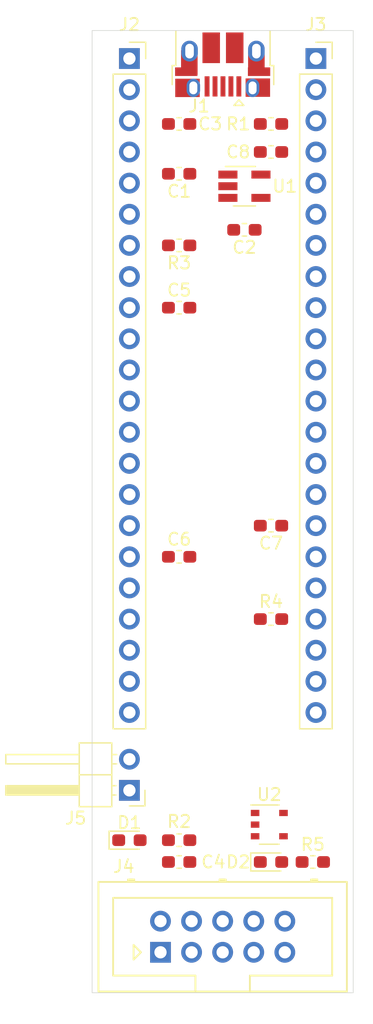
<source format=kicad_pcb>
(kicad_pcb (version 20171130) (host pcbnew "(5.1.4-0-10_14)")

  (general
    (thickness 1.6)
    (drawings 4)
    (tracks 0)
    (zones 0)
    (modules 22)
    (nets 12)
  )

  (page A4)
  (layers
    (0 F.Cu signal)
    (31 B.Cu signal)
    (32 B.Adhes user)
    (33 F.Adhes user)
    (34 B.Paste user)
    (35 F.Paste user)
    (36 B.SilkS user)
    (37 F.SilkS user)
    (38 B.Mask user)
    (39 F.Mask user)
    (40 Dwgs.User user)
    (41 Cmts.User user)
    (42 Eco1.User user hide)
    (43 Eco2.User user hide)
    (44 Edge.Cuts user)
    (45 Margin user)
    (46 B.CrtYd user)
    (47 F.CrtYd user)
    (48 B.Fab user hide)
    (49 F.Fab user)
  )

  (setup
    (last_trace_width 0.25)
    (trace_clearance 0.2)
    (zone_clearance 0.508)
    (zone_45_only no)
    (trace_min 0.2)
    (via_size 0.8)
    (via_drill 0.4)
    (via_min_size 0.4)
    (via_min_drill 0.3)
    (uvia_size 0.3)
    (uvia_drill 0.1)
    (uvias_allowed no)
    (uvia_min_size 0.2)
    (uvia_min_drill 0.1)
    (edge_width 0.05)
    (segment_width 0.2)
    (pcb_text_width 0.3)
    (pcb_text_size 1.5 1.5)
    (mod_edge_width 0.12)
    (mod_text_size 1 1)
    (mod_text_width 0.15)
    (pad_size 1.524 1.524)
    (pad_drill 0.762)
    (pad_to_mask_clearance 0.051)
    (solder_mask_min_width 0.25)
    (aux_axis_origin 0 0)
    (visible_elements FFFFFF7F)
    (pcbplotparams
      (layerselection 0x010fc_ffffffff)
      (usegerberextensions false)
      (usegerberattributes false)
      (usegerberadvancedattributes false)
      (creategerberjobfile false)
      (excludeedgelayer true)
      (linewidth 0.100000)
      (plotframeref false)
      (viasonmask false)
      (mode 1)
      (useauxorigin false)
      (hpglpennumber 1)
      (hpglpenspeed 20)
      (hpglpendiameter 15.000000)
      (psnegative false)
      (psa4output false)
      (plotreference true)
      (plotvalue true)
      (plotinvisibletext false)
      (padsonsilk false)
      (subtractmaskfromsilk false)
      (outputformat 1)
      (mirror false)
      (drillshape 1)
      (scaleselection 1)
      (outputdirectory ""))
  )

  (net 0 "")
  (net 1 GND)
  (net 2 "Net-(C1-Pad1)")
  (net 3 "Net-(C3-Pad1)")
  (net 4 VCC)
  (net 5 "Net-(D1-Pad2)")
  (net 6 "Net-(D2-Pad2)")
  (net 7 "Net-(D2-Pad1)")
  (net 8 /TMS)
  (net 9 /TDI)
  (net 10 /TCK)
  (net 11 /TDO)

  (net_class Default "This is the default net class."
    (clearance 0.2)
    (trace_width 0.25)
    (via_dia 0.8)
    (via_drill 0.4)
    (uvia_dia 0.3)
    (uvia_drill 0.1)
    (add_net /TCK)
    (add_net /TDI)
    (add_net /TDO)
    (add_net /TMS)
    (add_net GND)
    (add_net "Net-(C1-Pad1)")
    (add_net "Net-(C3-Pad1)")
    (add_net "Net-(D1-Pad2)")
    (add_net "Net-(D2-Pad1)")
    (add_net "Net-(D2-Pad2)")
    (add_net "Net-(J1-Pad2)")
    (add_net "Net-(J1-Pad3)")
    (add_net "Net-(J2-Pad10)")
    (add_net "Net-(J2-Pad11)")
    (add_net "Net-(J2-Pad12)")
    (add_net "Net-(J2-Pad13)")
    (add_net "Net-(J2-Pad14)")
    (add_net "Net-(J2-Pad15)")
    (add_net "Net-(J2-Pad18)")
    (add_net "Net-(J2-Pad19)")
    (add_net "Net-(J2-Pad2)")
    (add_net "Net-(J2-Pad20)")
    (add_net "Net-(J2-Pad21)")
    (add_net "Net-(J2-Pad22)")
    (add_net "Net-(J2-Pad3)")
    (add_net "Net-(J2-Pad5)")
    (add_net "Net-(J2-Pad6)")
    (add_net "Net-(J2-Pad8)")
    (add_net "Net-(J3-Pad1)")
    (add_net "Net-(J3-Pad10)")
    (add_net "Net-(J3-Pad11)")
    (add_net "Net-(J3-Pad12)")
    (add_net "Net-(J3-Pad14)")
    (add_net "Net-(J3-Pad15)")
    (add_net "Net-(J3-Pad17)")
    (add_net "Net-(J3-Pad18)")
    (add_net "Net-(J3-Pad2)")
    (add_net "Net-(J3-Pad20)")
    (add_net "Net-(J3-Pad22)")
    (add_net "Net-(J3-Pad3)")
    (add_net "Net-(J3-Pad5)")
    (add_net "Net-(J3-Pad6)")
    (add_net "Net-(J3-Pad7)")
    (add_net "Net-(J3-Pad8)")
    (add_net "Net-(J4-Pad6)")
    (add_net "Net-(J4-Pad7)")
    (add_net "Net-(J4-Pad8)")
    (add_net "Net-(U1-Pad4)")
    (add_net VCC)
  )

  (module Connector_PinHeader_2.54mm:PinHeader_1x02_P2.54mm_Horizontal (layer F.Cu) (tedit 59FED5CB) (tstamp 5DBA6260)
    (at 130.048 117.094 180)
    (descr "Through hole angled pin header, 1x02, 2.54mm pitch, 6mm pin length, single row")
    (tags "Through hole angled pin header THT 1x02 2.54mm single row")
    (path /5DE7BBC0)
    (fp_text reference J5 (at 4.385 -2.27) (layer F.SilkS)
      (effects (font (size 1 1) (thickness 0.15)))
    )
    (fp_text value Conn_01x02 (at 4.385 4.81) (layer F.Fab)
      (effects (font (size 1 1) (thickness 0.15)))
    )
    (fp_text user %R (at 2.77 1.27 90) (layer F.Fab)
      (effects (font (size 1 1) (thickness 0.15)))
    )
    (fp_line (start 10.55 -1.8) (end -1.8 -1.8) (layer F.CrtYd) (width 0.05))
    (fp_line (start 10.55 4.35) (end 10.55 -1.8) (layer F.CrtYd) (width 0.05))
    (fp_line (start -1.8 4.35) (end 10.55 4.35) (layer F.CrtYd) (width 0.05))
    (fp_line (start -1.8 -1.8) (end -1.8 4.35) (layer F.CrtYd) (width 0.05))
    (fp_line (start -1.27 -1.27) (end 0 -1.27) (layer F.SilkS) (width 0.12))
    (fp_line (start -1.27 0) (end -1.27 -1.27) (layer F.SilkS) (width 0.12))
    (fp_line (start 1.042929 2.92) (end 1.44 2.92) (layer F.SilkS) (width 0.12))
    (fp_line (start 1.042929 2.16) (end 1.44 2.16) (layer F.SilkS) (width 0.12))
    (fp_line (start 10.1 2.92) (end 4.1 2.92) (layer F.SilkS) (width 0.12))
    (fp_line (start 10.1 2.16) (end 10.1 2.92) (layer F.SilkS) (width 0.12))
    (fp_line (start 4.1 2.16) (end 10.1 2.16) (layer F.SilkS) (width 0.12))
    (fp_line (start 1.44 1.27) (end 4.1 1.27) (layer F.SilkS) (width 0.12))
    (fp_line (start 1.11 0.38) (end 1.44 0.38) (layer F.SilkS) (width 0.12))
    (fp_line (start 1.11 -0.38) (end 1.44 -0.38) (layer F.SilkS) (width 0.12))
    (fp_line (start 4.1 0.28) (end 10.1 0.28) (layer F.SilkS) (width 0.12))
    (fp_line (start 4.1 0.16) (end 10.1 0.16) (layer F.SilkS) (width 0.12))
    (fp_line (start 4.1 0.04) (end 10.1 0.04) (layer F.SilkS) (width 0.12))
    (fp_line (start 4.1 -0.08) (end 10.1 -0.08) (layer F.SilkS) (width 0.12))
    (fp_line (start 4.1 -0.2) (end 10.1 -0.2) (layer F.SilkS) (width 0.12))
    (fp_line (start 4.1 -0.32) (end 10.1 -0.32) (layer F.SilkS) (width 0.12))
    (fp_line (start 10.1 0.38) (end 4.1 0.38) (layer F.SilkS) (width 0.12))
    (fp_line (start 10.1 -0.38) (end 10.1 0.38) (layer F.SilkS) (width 0.12))
    (fp_line (start 4.1 -0.38) (end 10.1 -0.38) (layer F.SilkS) (width 0.12))
    (fp_line (start 4.1 -1.33) (end 1.44 -1.33) (layer F.SilkS) (width 0.12))
    (fp_line (start 4.1 3.87) (end 4.1 -1.33) (layer F.SilkS) (width 0.12))
    (fp_line (start 1.44 3.87) (end 4.1 3.87) (layer F.SilkS) (width 0.12))
    (fp_line (start 1.44 -1.33) (end 1.44 3.87) (layer F.SilkS) (width 0.12))
    (fp_line (start 4.04 2.86) (end 10.04 2.86) (layer F.Fab) (width 0.1))
    (fp_line (start 10.04 2.22) (end 10.04 2.86) (layer F.Fab) (width 0.1))
    (fp_line (start 4.04 2.22) (end 10.04 2.22) (layer F.Fab) (width 0.1))
    (fp_line (start -0.32 2.86) (end 1.5 2.86) (layer F.Fab) (width 0.1))
    (fp_line (start -0.32 2.22) (end -0.32 2.86) (layer F.Fab) (width 0.1))
    (fp_line (start -0.32 2.22) (end 1.5 2.22) (layer F.Fab) (width 0.1))
    (fp_line (start 4.04 0.32) (end 10.04 0.32) (layer F.Fab) (width 0.1))
    (fp_line (start 10.04 -0.32) (end 10.04 0.32) (layer F.Fab) (width 0.1))
    (fp_line (start 4.04 -0.32) (end 10.04 -0.32) (layer F.Fab) (width 0.1))
    (fp_line (start -0.32 0.32) (end 1.5 0.32) (layer F.Fab) (width 0.1))
    (fp_line (start -0.32 -0.32) (end -0.32 0.32) (layer F.Fab) (width 0.1))
    (fp_line (start -0.32 -0.32) (end 1.5 -0.32) (layer F.Fab) (width 0.1))
    (fp_line (start 1.5 -0.635) (end 2.135 -1.27) (layer F.Fab) (width 0.1))
    (fp_line (start 1.5 3.81) (end 1.5 -0.635) (layer F.Fab) (width 0.1))
    (fp_line (start 4.04 3.81) (end 1.5 3.81) (layer F.Fab) (width 0.1))
    (fp_line (start 4.04 -1.27) (end 4.04 3.81) (layer F.Fab) (width 0.1))
    (fp_line (start 2.135 -1.27) (end 4.04 -1.27) (layer F.Fab) (width 0.1))
    (pad 2 thru_hole oval (at 0 2.54 180) (size 1.7 1.7) (drill 1) (layers *.Cu *.Mask)
      (net 1 GND))
    (pad 1 thru_hole rect (at 0 0 180) (size 1.7 1.7) (drill 1) (layers *.Cu *.Mask)
      (net 4 VCC))
    (model ${KISYS3DMOD}/Connector_PinHeader_2.54mm.3dshapes/PinHeader_1x02_P2.54mm_Horizontal.wrl
      (at (xyz 0 0 0))
      (scale (xyz 1 1 1))
      (rotate (xyz 0 0 0))
    )
  )

  (module Package_SO:TSOP-5_1.65x3.05mm_P0.95mm (layer F.Cu) (tedit 5ADEEF59) (tstamp 5DBA6880)
    (at 141.478 119.888)
    (descr "TSOP-5 package (comparable to TSOT-23), https://www.vishay.com/docs/71200/71200.pdf")
    (tags "Jedec MO-193C TSOP-5L")
    (path /5D9FA47F)
    (attr smd)
    (fp_text reference U2 (at 0 -2.45) (layer F.SilkS)
      (effects (font (size 1 1) (thickness 0.15)))
    )
    (fp_text value 74LVC1G04 (at 0 2.5) (layer F.Fab)
      (effects (font (size 1 1) (thickness 0.15)))
    )
    (fp_line (start 1.76 1.77) (end -1.76 1.77) (layer F.CrtYd) (width 0.05))
    (fp_line (start 1.76 1.77) (end 1.76 -1.78) (layer F.CrtYd) (width 0.05))
    (fp_line (start -1.76 -1.78) (end -1.76 1.77) (layer F.CrtYd) (width 0.05))
    (fp_line (start -1.76 -1.78) (end 1.76 -1.78) (layer F.CrtYd) (width 0.05))
    (fp_line (start 0.825 -1.525) (end 0.825 1.525) (layer F.Fab) (width 0.1))
    (fp_line (start 0.825 1.525) (end -0.825 1.525) (layer F.Fab) (width 0.1))
    (fp_line (start -0.825 -1.1) (end -0.825 1.525) (layer F.Fab) (width 0.1))
    (fp_line (start 0.825 -1.525) (end -0.425 -1.525) (layer F.Fab) (width 0.1))
    (fp_line (start -0.825 -1.1) (end -0.425 -1.525) (layer F.Fab) (width 0.1))
    (fp_line (start 0.8 -1.6) (end -1.5 -1.6) (layer F.SilkS) (width 0.12))
    (fp_line (start -0.8 1.6) (end 0.8 1.6) (layer F.SilkS) (width 0.12))
    (fp_text user %R (at 0 0 90) (layer F.Fab)
      (effects (font (size 0.5 0.5) (thickness 0.075)))
    )
    (pad 5 smd rect (at 1.16 -0.95) (size 0.7 0.51) (layers F.Cu F.Paste F.Mask)
      (net 4 VCC))
    (pad 4 smd rect (at 1.16 0.95) (size 0.7 0.51) (layers F.Cu F.Paste F.Mask)
      (net 6 "Net-(D2-Pad2)"))
    (pad 3 smd rect (at -1.16 0.95) (size 0.7 0.51) (layers F.Cu F.Paste F.Mask)
      (net 1 GND))
    (pad 2 smd rect (at -1.16 0) (size 0.7 0.51) (layers F.Cu F.Paste F.Mask)
      (net 9 /TDI))
    (pad 1 smd rect (at -1.16 -0.95) (size 0.7 0.51) (layers F.Cu F.Paste F.Mask))
    (model ${KISYS3DMOD}/Package_SO.3dshapes/TSOP-5_1.65x3.05mm_P0.95mm.wrl
      (at (xyz 0 0 0))
      (scale (xyz 1 1 1))
      (rotate (xyz 0 0 0))
    )
  )

  (module Package_TO_SOT_SMD:SOT-23-5_HandSoldering (layer F.Cu) (tedit 5A0AB76C) (tstamp 5DBA4E9C)
    (at 139.446 67.818)
    (descr "5-pin SOT23 package")
    (tags "SOT-23-5 hand-soldering")
    (path /5D37EDF6)
    (attr smd)
    (fp_text reference U1 (at 3.302 0) (layer F.SilkS)
      (effects (font (size 1 1) (thickness 0.15)))
    )
    (fp_text value MAX40203AUK+T (at 0 2.9) (layer F.Fab)
      (effects (font (size 1 1) (thickness 0.15)))
    )
    (fp_line (start 2.38 1.8) (end -2.38 1.8) (layer F.CrtYd) (width 0.05))
    (fp_line (start 2.38 1.8) (end 2.38 -1.8) (layer F.CrtYd) (width 0.05))
    (fp_line (start -2.38 -1.8) (end -2.38 1.8) (layer F.CrtYd) (width 0.05))
    (fp_line (start -2.38 -1.8) (end 2.38 -1.8) (layer F.CrtYd) (width 0.05))
    (fp_line (start 0.9 -1.55) (end 0.9 1.55) (layer F.Fab) (width 0.1))
    (fp_line (start 0.9 1.55) (end -0.9 1.55) (layer F.Fab) (width 0.1))
    (fp_line (start -0.9 -0.9) (end -0.9 1.55) (layer F.Fab) (width 0.1))
    (fp_line (start 0.9 -1.55) (end -0.25 -1.55) (layer F.Fab) (width 0.1))
    (fp_line (start -0.9 -0.9) (end -0.25 -1.55) (layer F.Fab) (width 0.1))
    (fp_line (start 0.9 -1.61) (end -1.55 -1.61) (layer F.SilkS) (width 0.12))
    (fp_line (start -0.9 1.61) (end 0.9 1.61) (layer F.SilkS) (width 0.12))
    (fp_text user %R (at 0 0 90) (layer F.Fab)
      (effects (font (size 0.5 0.5) (thickness 0.075)))
    )
    (pad 5 smd rect (at 1.35 -0.95) (size 1.56 0.65) (layers F.Cu F.Paste F.Mask)
      (net 4 VCC))
    (pad 4 smd rect (at 1.35 0.95) (size 1.56 0.65) (layers F.Cu F.Paste F.Mask))
    (pad 3 smd rect (at -1.35 0.95) (size 1.56 0.65) (layers F.Cu F.Paste F.Mask)
      (net 2 "Net-(C1-Pad1)"))
    (pad 2 smd rect (at -1.35 0) (size 1.56 0.65) (layers F.Cu F.Paste F.Mask)
      (net 1 GND))
    (pad 1 smd rect (at -1.35 -0.95) (size 1.56 0.65) (layers F.Cu F.Paste F.Mask)
      (net 2 "Net-(C1-Pad1)"))
    (model ${KISYS3DMOD}/Package_TO_SOT_SMD.3dshapes/SOT-23-5.wrl
      (at (xyz 0 0 0))
      (scale (xyz 1 1 1))
      (rotate (xyz 0 0 0))
    )
  )

  (module Resistor_SMD:R_0603_1608Metric_Pad1.05x0.95mm_HandSolder (layer F.Cu) (tedit 5B301BBD) (tstamp 5DBA696C)
    (at 145.034 122.936)
    (descr "Resistor SMD 0603 (1608 Metric), square (rectangular) end terminal, IPC_7351 nominal with elongated pad for handsoldering. (Body size source: http://www.tortai-tech.com/upload/download/2011102023233369053.pdf), generated with kicad-footprint-generator")
    (tags "resistor handsolder")
    (path /5DC12F9A)
    (attr smd)
    (fp_text reference R5 (at 0 -1.43) (layer F.SilkS)
      (effects (font (size 1 1) (thickness 0.15)))
    )
    (fp_text value 360R (at 0 1.43) (layer F.Fab)
      (effects (font (size 1 1) (thickness 0.15)))
    )
    (fp_text user %R (at 0 0) (layer F.Fab)
      (effects (font (size 0.4 0.4) (thickness 0.06)))
    )
    (fp_line (start 1.65 0.73) (end -1.65 0.73) (layer F.CrtYd) (width 0.05))
    (fp_line (start 1.65 -0.73) (end 1.65 0.73) (layer F.CrtYd) (width 0.05))
    (fp_line (start -1.65 -0.73) (end 1.65 -0.73) (layer F.CrtYd) (width 0.05))
    (fp_line (start -1.65 0.73) (end -1.65 -0.73) (layer F.CrtYd) (width 0.05))
    (fp_line (start -0.171267 0.51) (end 0.171267 0.51) (layer F.SilkS) (width 0.12))
    (fp_line (start -0.171267 -0.51) (end 0.171267 -0.51) (layer F.SilkS) (width 0.12))
    (fp_line (start 0.8 0.4) (end -0.8 0.4) (layer F.Fab) (width 0.1))
    (fp_line (start 0.8 -0.4) (end 0.8 0.4) (layer F.Fab) (width 0.1))
    (fp_line (start -0.8 -0.4) (end 0.8 -0.4) (layer F.Fab) (width 0.1))
    (fp_line (start -0.8 0.4) (end -0.8 -0.4) (layer F.Fab) (width 0.1))
    (pad 2 smd roundrect (at 0.875 0) (size 1.05 0.95) (layers F.Cu F.Paste F.Mask) (roundrect_rratio 0.25)
      (net 1 GND))
    (pad 1 smd roundrect (at -0.875 0) (size 1.05 0.95) (layers F.Cu F.Paste F.Mask) (roundrect_rratio 0.25)
      (net 7 "Net-(D2-Pad1)"))
    (model ${KISYS3DMOD}/Resistor_SMD.3dshapes/R_0603_1608Metric.wrl
      (at (xyz 0 0 0))
      (scale (xyz 1 1 1))
      (rotate (xyz 0 0 0))
    )
  )

  (module Resistor_SMD:R_0603_1608Metric_Pad1.05x0.95mm_HandSolder (layer F.Cu) (tedit 5B301BBD) (tstamp 5DBA5045)
    (at 141.619 103.124)
    (descr "Resistor SMD 0603 (1608 Metric), square (rectangular) end terminal, IPC_7351 nominal with elongated pad for handsoldering. (Body size source: http://www.tortai-tech.com/upload/download/2011102023233369053.pdf), generated with kicad-footprint-generator")
    (tags "resistor handsolder")
    (path /5DC12F5E)
    (attr smd)
    (fp_text reference R4 (at 0 -1.43) (layer F.SilkS)
      (effects (font (size 1 1) (thickness 0.15)))
    )
    (fp_text value 1K (at 0 1.43) (layer F.Fab)
      (effects (font (size 1 1) (thickness 0.15)))
    )
    (fp_text user %R (at 0 0) (layer F.Fab)
      (effects (font (size 0.4 0.4) (thickness 0.06)))
    )
    (fp_line (start 1.65 0.73) (end -1.65 0.73) (layer F.CrtYd) (width 0.05))
    (fp_line (start 1.65 -0.73) (end 1.65 0.73) (layer F.CrtYd) (width 0.05))
    (fp_line (start -1.65 -0.73) (end 1.65 -0.73) (layer F.CrtYd) (width 0.05))
    (fp_line (start -1.65 0.73) (end -1.65 -0.73) (layer F.CrtYd) (width 0.05))
    (fp_line (start -0.171267 0.51) (end 0.171267 0.51) (layer F.SilkS) (width 0.12))
    (fp_line (start -0.171267 -0.51) (end 0.171267 -0.51) (layer F.SilkS) (width 0.12))
    (fp_line (start 0.8 0.4) (end -0.8 0.4) (layer F.Fab) (width 0.1))
    (fp_line (start 0.8 -0.4) (end 0.8 0.4) (layer F.Fab) (width 0.1))
    (fp_line (start -0.8 -0.4) (end 0.8 -0.4) (layer F.Fab) (width 0.1))
    (fp_line (start -0.8 0.4) (end -0.8 -0.4) (layer F.Fab) (width 0.1))
    (pad 2 smd roundrect (at 0.875 0) (size 1.05 0.95) (layers F.Cu F.Paste F.Mask) (roundrect_rratio 0.25)
      (net 10 /TCK))
    (pad 1 smd roundrect (at -0.875 0) (size 1.05 0.95) (layers F.Cu F.Paste F.Mask) (roundrect_rratio 0.25)
      (net 1 GND))
    (model ${KISYS3DMOD}/Resistor_SMD.3dshapes/R_0603_1608Metric.wrl
      (at (xyz 0 0 0))
      (scale (xyz 1 1 1))
      (rotate (xyz 0 0 0))
    )
  )

  (module Resistor_SMD:R_0603_1608Metric_Pad1.05x0.95mm_HandSolder (layer F.Cu) (tedit 5B301BBD) (tstamp 5DBA4D8D)
    (at 134.112 72.644 180)
    (descr "Resistor SMD 0603 (1608 Metric), square (rectangular) end terminal, IPC_7351 nominal with elongated pad for handsoldering. (Body size source: http://www.tortai-tech.com/upload/download/2011102023233369053.pdf), generated with kicad-footprint-generator")
    (tags "resistor handsolder")
    (path /5DC12F68)
    (attr smd)
    (fp_text reference R3 (at 0 -1.43) (layer F.SilkS)
      (effects (font (size 1 1) (thickness 0.15)))
    )
    (fp_text value 10K (at 0 1.43) (layer F.Fab)
      (effects (font (size 1 1) (thickness 0.15)))
    )
    (fp_text user %R (at 0 0) (layer F.Fab)
      (effects (font (size 0.4 0.4) (thickness 0.06)))
    )
    (fp_line (start 1.65 0.73) (end -1.65 0.73) (layer F.CrtYd) (width 0.05))
    (fp_line (start 1.65 -0.73) (end 1.65 0.73) (layer F.CrtYd) (width 0.05))
    (fp_line (start -1.65 -0.73) (end 1.65 -0.73) (layer F.CrtYd) (width 0.05))
    (fp_line (start -1.65 0.73) (end -1.65 -0.73) (layer F.CrtYd) (width 0.05))
    (fp_line (start -0.171267 0.51) (end 0.171267 0.51) (layer F.SilkS) (width 0.12))
    (fp_line (start -0.171267 -0.51) (end 0.171267 -0.51) (layer F.SilkS) (width 0.12))
    (fp_line (start 0.8 0.4) (end -0.8 0.4) (layer F.Fab) (width 0.1))
    (fp_line (start 0.8 -0.4) (end 0.8 0.4) (layer F.Fab) (width 0.1))
    (fp_line (start -0.8 -0.4) (end 0.8 -0.4) (layer F.Fab) (width 0.1))
    (fp_line (start -0.8 0.4) (end -0.8 -0.4) (layer F.Fab) (width 0.1))
    (pad 2 smd roundrect (at 0.875 0 180) (size 1.05 0.95) (layers F.Cu F.Paste F.Mask) (roundrect_rratio 0.25)
      (net 8 /TMS))
    (pad 1 smd roundrect (at -0.875 0 180) (size 1.05 0.95) (layers F.Cu F.Paste F.Mask) (roundrect_rratio 0.25)
      (net 4 VCC))
    (model ${KISYS3DMOD}/Resistor_SMD.3dshapes/R_0603_1608Metric.wrl
      (at (xyz 0 0 0))
      (scale (xyz 1 1 1))
      (rotate (xyz 0 0 0))
    )
  )

  (module Resistor_SMD:R_0603_1608Metric_Pad1.05x0.95mm_HandSolder (layer F.Cu) (tedit 5B301BBD) (tstamp 5DBA68B8)
    (at 134.112 121.158 180)
    (descr "Resistor SMD 0603 (1608 Metric), square (rectangular) end terminal, IPC_7351 nominal with elongated pad for handsoldering. (Body size source: http://www.tortai-tech.com/upload/download/2011102023233369053.pdf), generated with kicad-footprint-generator")
    (tags "resistor handsolder")
    (path /5D74F407)
    (attr smd)
    (fp_text reference R2 (at 0 1.524) (layer F.SilkS)
      (effects (font (size 1 1) (thickness 0.15)))
    )
    (fp_text value 1K (at 0 1.43) (layer F.Fab)
      (effects (font (size 1 1) (thickness 0.15)))
    )
    (fp_text user %R (at 0 0) (layer F.Fab)
      (effects (font (size 0.4 0.4) (thickness 0.06)))
    )
    (fp_line (start 1.65 0.73) (end -1.65 0.73) (layer F.CrtYd) (width 0.05))
    (fp_line (start 1.65 -0.73) (end 1.65 0.73) (layer F.CrtYd) (width 0.05))
    (fp_line (start -1.65 -0.73) (end 1.65 -0.73) (layer F.CrtYd) (width 0.05))
    (fp_line (start -1.65 0.73) (end -1.65 -0.73) (layer F.CrtYd) (width 0.05))
    (fp_line (start -0.171267 0.51) (end 0.171267 0.51) (layer F.SilkS) (width 0.12))
    (fp_line (start -0.171267 -0.51) (end 0.171267 -0.51) (layer F.SilkS) (width 0.12))
    (fp_line (start 0.8 0.4) (end -0.8 0.4) (layer F.Fab) (width 0.1))
    (fp_line (start 0.8 -0.4) (end 0.8 0.4) (layer F.Fab) (width 0.1))
    (fp_line (start -0.8 -0.4) (end 0.8 -0.4) (layer F.Fab) (width 0.1))
    (fp_line (start -0.8 0.4) (end -0.8 -0.4) (layer F.Fab) (width 0.1))
    (pad 2 smd roundrect (at 0.875 0 180) (size 1.05 0.95) (layers F.Cu F.Paste F.Mask) (roundrect_rratio 0.25)
      (net 5 "Net-(D1-Pad2)"))
    (pad 1 smd roundrect (at -0.875 0 180) (size 1.05 0.95) (layers F.Cu F.Paste F.Mask) (roundrect_rratio 0.25)
      (net 4 VCC))
    (model ${KISYS3DMOD}/Resistor_SMD.3dshapes/R_0603_1608Metric.wrl
      (at (xyz 0 0 0))
      (scale (xyz 1 1 1))
      (rotate (xyz 0 0 0))
    )
  )

  (module Resistor_SMD:R_0603_1608Metric_Pad1.05x0.95mm_HandSolder (layer F.Cu) (tedit 5B301BBD) (tstamp 5DBA4DED)
    (at 141.619 62.738)
    (descr "Resistor SMD 0603 (1608 Metric), square (rectangular) end terminal, IPC_7351 nominal with elongated pad for handsoldering. (Body size source: http://www.tortai-tech.com/upload/download/2011102023233369053.pdf), generated with kicad-footprint-generator")
    (tags "resistor handsolder")
    (path /5CFB0AB4)
    (attr smd)
    (fp_text reference R1 (at -2.681 0) (layer F.SilkS)
      (effects (font (size 1 1) (thickness 0.15)))
    )
    (fp_text value 1M (at 0 1.43) (layer F.Fab)
      (effects (font (size 1 1) (thickness 0.15)))
    )
    (fp_text user %R (at 0 0) (layer F.Fab)
      (effects (font (size 0.4 0.4) (thickness 0.06)))
    )
    (fp_line (start 1.65 0.73) (end -1.65 0.73) (layer F.CrtYd) (width 0.05))
    (fp_line (start 1.65 -0.73) (end 1.65 0.73) (layer F.CrtYd) (width 0.05))
    (fp_line (start -1.65 -0.73) (end 1.65 -0.73) (layer F.CrtYd) (width 0.05))
    (fp_line (start -1.65 0.73) (end -1.65 -0.73) (layer F.CrtYd) (width 0.05))
    (fp_line (start -0.171267 0.51) (end 0.171267 0.51) (layer F.SilkS) (width 0.12))
    (fp_line (start -0.171267 -0.51) (end 0.171267 -0.51) (layer F.SilkS) (width 0.12))
    (fp_line (start 0.8 0.4) (end -0.8 0.4) (layer F.Fab) (width 0.1))
    (fp_line (start 0.8 -0.4) (end 0.8 0.4) (layer F.Fab) (width 0.1))
    (fp_line (start -0.8 -0.4) (end 0.8 -0.4) (layer F.Fab) (width 0.1))
    (fp_line (start -0.8 0.4) (end -0.8 -0.4) (layer F.Fab) (width 0.1))
    (pad 2 smd roundrect (at 0.875 0) (size 1.05 0.95) (layers F.Cu F.Paste F.Mask) (roundrect_rratio 0.25)
      (net 1 GND))
    (pad 1 smd roundrect (at -0.875 0) (size 1.05 0.95) (layers F.Cu F.Paste F.Mask) (roundrect_rratio 0.25)
      (net 3 "Net-(C3-Pad1)"))
    (model ${KISYS3DMOD}/Resistor_SMD.3dshapes/R_0603_1608Metric.wrl
      (at (xyz 0 0 0))
      (scale (xyz 1 1 1))
      (rotate (xyz 0 0 0))
    )
  )

  (module Connector_Multicomp:Multicomp_MC9A12-1034_2x05_P2.54mm_Vertical (layer F.Cu) (tedit 5A16A5B2) (tstamp 5DBA6904)
    (at 132.588 130.302)
    (descr http://www.farnell.com/datasheets/1520732.pdf)
    (tags "connector multicomp MC9A MC9A12")
    (path /5DC12FA5)
    (fp_text reference J4 (at -3 -7) (layer F.SilkS)
      (effects (font (size 1 1) (thickness 0.15)))
    )
    (fp_text value JTAG (at 5.08 5) (layer F.Fab)
      (effects (font (size 1 1) (thickness 0.15)))
    )
    (fp_line (start 15.75 3.7) (end -5.55 3.7) (layer F.CrtYd) (width 0.05))
    (fp_line (start 15.75 -6.25) (end 15.75 3.7) (layer F.CrtYd) (width 0.05))
    (fp_line (start -5.55 -6.25) (end 15.75 -6.25) (layer F.CrtYd) (width 0.05))
    (fp_line (start -5.55 3.7) (end -5.55 -6.25) (layer F.CrtYd) (width 0.05))
    (fp_line (start -1.6 0) (end -2.2 0.6) (layer F.SilkS) (width 0.15))
    (fp_line (start -2.2 -0.6) (end -1.6 0) (layer F.SilkS) (width 0.15))
    (fp_line (start -2.2 0.6) (end -2.2 -0.6) (layer F.SilkS) (width 0.15))
    (fp_line (start -2.65 -5.84) (end -2.15 -5.84) (layer F.SilkS) (width 0.15))
    (fp_line (start -2.15 -5.94) (end -2.15 -5.74) (layer F.SilkS) (width 0.15))
    (fp_line (start -2.65 -5.94) (end -2.15 -5.94) (layer F.SilkS) (width 0.15))
    (fp_line (start -2.65 -5.74) (end -2.65 -5.94) (layer F.SilkS) (width 0.15))
    (fp_line (start 12.31 -5.84) (end 12.81 -5.84) (layer F.SilkS) (width 0.15))
    (fp_line (start 12.81 -5.94) (end 12.81 -5.74) (layer F.SilkS) (width 0.15))
    (fp_line (start 12.31 -5.94) (end 12.81 -5.94) (layer F.SilkS) (width 0.15))
    (fp_line (start 12.31 -5.74) (end 12.31 -5.94) (layer F.SilkS) (width 0.15))
    (fp_line (start 4.83 -5.84) (end 5.33 -5.84) (layer F.SilkS) (width 0.15))
    (fp_line (start 5.33 -5.94) (end 5.33 -5.74) (layer F.SilkS) (width 0.15))
    (fp_line (start 4.83 -5.94) (end 5.33 -5.94) (layer F.SilkS) (width 0.15))
    (fp_line (start 4.83 -5.74) (end 4.83 -5.94) (layer F.SilkS) (width 0.15))
    (fp_line (start 7.305 1.9) (end 7.305 3.2) (layer F.SilkS) (width 0.15))
    (fp_line (start 14.03 1.9) (end 7.305 1.9) (layer F.SilkS) (width 0.15))
    (fp_line (start 14.03 -4.44) (end 14.03 1.9) (layer F.SilkS) (width 0.15))
    (fp_line (start -3.87 -4.44) (end 14.03 -4.44) (layer F.SilkS) (width 0.15))
    (fp_line (start -3.87 1.9) (end -3.87 -4.44) (layer F.SilkS) (width 0.15))
    (fp_line (start 2.855 1.9) (end -3.87 1.9) (layer F.SilkS) (width 0.15))
    (fp_line (start 2.855 3.2) (end 2.855 1.9) (layer F.SilkS) (width 0.15))
    (fp_line (start 15.23 3.2) (end -5.07 3.2) (layer F.SilkS) (width 0.15))
    (fp_line (start 15.23 -5.74) (end 15.23 3.2) (layer F.SilkS) (width 0.15))
    (fp_line (start -5.07 -5.74) (end 15.23 -5.74) (layer F.SilkS) (width 0.15))
    (fp_line (start -5.07 3.2) (end -5.07 -5.74) (layer F.SilkS) (width 0.15))
    (fp_text user %R (at 5.08 -1.27) (layer F.Fab)
      (effects (font (size 1 1) (thickness 0.15)))
    )
    (pad 10 thru_hole circle (at 10.16 -2.54) (size 1.7 1.7) (drill 1) (layers *.Cu *.Mask)
      (net 1 GND))
    (pad 9 thru_hole circle (at 10.16 0) (size 1.7 1.7) (drill 1) (layers *.Cu *.Mask)
      (net 9 /TDI))
    (pad 8 thru_hole circle (at 7.62 -2.54) (size 1.7 1.7) (drill 1) (layers *.Cu *.Mask))
    (pad 7 thru_hole circle (at 7.62 0) (size 1.7 1.7) (drill 1) (layers *.Cu *.Mask))
    (pad 6 thru_hole circle (at 5.08 -2.54) (size 1.7 1.7) (drill 1) (layers *.Cu *.Mask))
    (pad 5 thru_hole circle (at 5.08 0) (size 1.7 1.7) (drill 1) (layers *.Cu *.Mask)
      (net 8 /TMS))
    (pad 4 thru_hole circle (at 2.54 -2.54) (size 1.7 1.7) (drill 1) (layers *.Cu *.Mask)
      (net 4 VCC))
    (pad 3 thru_hole circle (at 2.54 0) (size 1.7 1.7) (drill 1) (layers *.Cu *.Mask)
      (net 11 /TDO))
    (pad 2 thru_hole circle (at 0 -2.54) (size 1.7 1.7) (drill 1) (layers *.Cu *.Mask)
      (net 1 GND))
    (pad 1 thru_hole rect (at 0 0) (size 1.7 1.7) (drill 1) (layers *.Cu *.Mask)
      (net 10 /TCK))
    (model ${KISYS3DMOD}/Connector_Multicomp.3dshapes/Multicomp_MC9A12-1034_2x05_P2.54mm_Vertical.wrl
      (at (xyz 0 0 0))
      (scale (xyz 1 1 1))
      (rotate (xyz 0 0 0))
    )
    (model ${KISYS3DMOD}/Connector_IDC.3dshapes/IDC-Header_2x05_P2.54mm_Vertical.step
      (at (xyz 0 0 0))
      (scale (xyz 1 1 1))
      (rotate (xyz 0 0 -90))
    )
  )

  (module Connector_PinSocket_2.54mm:PinSocket_1x22_P2.54mm_Vertical (layer F.Cu) (tedit 5A19A431) (tstamp 5DBA4E36)
    (at 145.288 57.404)
    (descr "Through hole straight socket strip, 1x22, 2.54mm pitch, single row (from Kicad 4.0.7), script generated")
    (tags "Through hole socket strip THT 1x22 2.54mm single row")
    (path /5DBFB301)
    (fp_text reference J3 (at 0 -2.77) (layer F.SilkS)
      (effects (font (size 1 1) (thickness 0.15)))
    )
    (fp_text value Conn_01x22 (at 0 56.11) (layer F.Fab)
      (effects (font (size 1 1) (thickness 0.15)))
    )
    (fp_text user %R (at 0 26.67 90) (layer F.Fab)
      (effects (font (size 1 1) (thickness 0.15)))
    )
    (fp_line (start -1.8 55.1) (end -1.8 -1.8) (layer F.CrtYd) (width 0.05))
    (fp_line (start 1.75 55.1) (end -1.8 55.1) (layer F.CrtYd) (width 0.05))
    (fp_line (start 1.75 -1.8) (end 1.75 55.1) (layer F.CrtYd) (width 0.05))
    (fp_line (start -1.8 -1.8) (end 1.75 -1.8) (layer F.CrtYd) (width 0.05))
    (fp_line (start 0 -1.33) (end 1.33 -1.33) (layer F.SilkS) (width 0.12))
    (fp_line (start 1.33 -1.33) (end 1.33 0) (layer F.SilkS) (width 0.12))
    (fp_line (start 1.33 1.27) (end 1.33 54.67) (layer F.SilkS) (width 0.12))
    (fp_line (start -1.33 54.67) (end 1.33 54.67) (layer F.SilkS) (width 0.12))
    (fp_line (start -1.33 1.27) (end -1.33 54.67) (layer F.SilkS) (width 0.12))
    (fp_line (start -1.33 1.27) (end 1.33 1.27) (layer F.SilkS) (width 0.12))
    (fp_line (start -1.27 54.61) (end -1.27 -1.27) (layer F.Fab) (width 0.1))
    (fp_line (start 1.27 54.61) (end -1.27 54.61) (layer F.Fab) (width 0.1))
    (fp_line (start 1.27 -0.635) (end 1.27 54.61) (layer F.Fab) (width 0.1))
    (fp_line (start 0.635 -1.27) (end 1.27 -0.635) (layer F.Fab) (width 0.1))
    (fp_line (start -1.27 -1.27) (end 0.635 -1.27) (layer F.Fab) (width 0.1))
    (pad 22 thru_hole oval (at 0 53.34) (size 1.7 1.7) (drill 1) (layers *.Cu *.Mask))
    (pad 21 thru_hole oval (at 0 50.8) (size 1.7 1.7) (drill 1) (layers *.Cu *.Mask)
      (net 1 GND))
    (pad 20 thru_hole oval (at 0 48.26) (size 1.7 1.7) (drill 1) (layers *.Cu *.Mask))
    (pad 19 thru_hole oval (at 0 45.72) (size 1.7 1.7) (drill 1) (layers *.Cu *.Mask)
      (net 10 /TCK))
    (pad 18 thru_hole oval (at 0 43.18) (size 1.7 1.7) (drill 1) (layers *.Cu *.Mask))
    (pad 17 thru_hole oval (at 0 40.64) (size 1.7 1.7) (drill 1) (layers *.Cu *.Mask))
    (pad 16 thru_hole oval (at 0 38.1) (size 1.7 1.7) (drill 1) (layers *.Cu *.Mask)
      (net 4 VCC))
    (pad 15 thru_hole oval (at 0 35.56) (size 1.7 1.7) (drill 1) (layers *.Cu *.Mask))
    (pad 14 thru_hole oval (at 0 33.02) (size 1.7 1.7) (drill 1) (layers *.Cu *.Mask))
    (pad 13 thru_hole oval (at 0 30.48) (size 1.7 1.7) (drill 1) (layers *.Cu *.Mask)
      (net 11 /TDO))
    (pad 12 thru_hole oval (at 0 27.94) (size 1.7 1.7) (drill 1) (layers *.Cu *.Mask))
    (pad 11 thru_hole oval (at 0 25.4) (size 1.7 1.7) (drill 1) (layers *.Cu *.Mask))
    (pad 10 thru_hole oval (at 0 22.86) (size 1.7 1.7) (drill 1) (layers *.Cu *.Mask))
    (pad 9 thru_hole oval (at 0 20.32) (size 1.7 1.7) (drill 1) (layers *.Cu *.Mask)
      (net 1 GND))
    (pad 8 thru_hole oval (at 0 17.78) (size 1.7 1.7) (drill 1) (layers *.Cu *.Mask))
    (pad 7 thru_hole oval (at 0 15.24) (size 1.7 1.7) (drill 1) (layers *.Cu *.Mask))
    (pad 6 thru_hole oval (at 0 12.7) (size 1.7 1.7) (drill 1) (layers *.Cu *.Mask))
    (pad 5 thru_hole oval (at 0 10.16) (size 1.7 1.7) (drill 1) (layers *.Cu *.Mask))
    (pad 4 thru_hole oval (at 0 7.62) (size 1.7 1.7) (drill 1) (layers *.Cu *.Mask)
      (net 4 VCC))
    (pad 3 thru_hole oval (at 0 5.08) (size 1.7 1.7) (drill 1) (layers *.Cu *.Mask))
    (pad 2 thru_hole oval (at 0 2.54) (size 1.7 1.7) (drill 1) (layers *.Cu *.Mask))
    (pad 1 thru_hole rect (at 0 0) (size 1.7 1.7) (drill 1) (layers *.Cu *.Mask))
    (model ${KISYS3DMOD}/Connector_PinSocket_2.54mm.3dshapes/PinSocket_1x22_P2.54mm_Vertical.wrl
      (at (xyz 0 0 0))
      (scale (xyz 1 1 1))
      (rotate (xyz 0 0 0))
    )
  )

  (module Connector_PinSocket_2.54mm:PinSocket_1x22_P2.54mm_Vertical (layer F.Cu) (tedit 5A19A431) (tstamp 5DBA4F53)
    (at 130.048 57.404)
    (descr "Through hole straight socket strip, 1x22, 2.54mm pitch, single row (from Kicad 4.0.7), script generated")
    (tags "Through hole socket strip THT 1x22 2.54mm single row")
    (path /5DBF6AD7)
    (fp_text reference J2 (at 0 -2.77) (layer F.SilkS)
      (effects (font (size 1 1) (thickness 0.15)))
    )
    (fp_text value Conn_01x22 (at 0 56.11) (layer F.Fab)
      (effects (font (size 1 1) (thickness 0.15)))
    )
    (fp_text user %R (at 0 26.67 90) (layer F.Fab)
      (effects (font (size 1 1) (thickness 0.15)))
    )
    (fp_line (start -1.8 55.1) (end -1.8 -1.8) (layer F.CrtYd) (width 0.05))
    (fp_line (start 1.75 55.1) (end -1.8 55.1) (layer F.CrtYd) (width 0.05))
    (fp_line (start 1.75 -1.8) (end 1.75 55.1) (layer F.CrtYd) (width 0.05))
    (fp_line (start -1.8 -1.8) (end 1.75 -1.8) (layer F.CrtYd) (width 0.05))
    (fp_line (start 0 -1.33) (end 1.33 -1.33) (layer F.SilkS) (width 0.12))
    (fp_line (start 1.33 -1.33) (end 1.33 0) (layer F.SilkS) (width 0.12))
    (fp_line (start 1.33 1.27) (end 1.33 54.67) (layer F.SilkS) (width 0.12))
    (fp_line (start -1.33 54.67) (end 1.33 54.67) (layer F.SilkS) (width 0.12))
    (fp_line (start -1.33 1.27) (end -1.33 54.67) (layer F.SilkS) (width 0.12))
    (fp_line (start -1.33 1.27) (end 1.33 1.27) (layer F.SilkS) (width 0.12))
    (fp_line (start -1.27 54.61) (end -1.27 -1.27) (layer F.Fab) (width 0.1))
    (fp_line (start 1.27 54.61) (end -1.27 54.61) (layer F.Fab) (width 0.1))
    (fp_line (start 1.27 -0.635) (end 1.27 54.61) (layer F.Fab) (width 0.1))
    (fp_line (start 0.635 -1.27) (end 1.27 -0.635) (layer F.Fab) (width 0.1))
    (fp_line (start -1.27 -1.27) (end 0.635 -1.27) (layer F.Fab) (width 0.1))
    (pad 22 thru_hole oval (at 0 53.34) (size 1.7 1.7) (drill 1) (layers *.Cu *.Mask))
    (pad 21 thru_hole oval (at 0 50.8) (size 1.7 1.7) (drill 1) (layers *.Cu *.Mask))
    (pad 20 thru_hole oval (at 0 48.26) (size 1.7 1.7) (drill 1) (layers *.Cu *.Mask))
    (pad 19 thru_hole oval (at 0 45.72) (size 1.7 1.7) (drill 1) (layers *.Cu *.Mask))
    (pad 18 thru_hole oval (at 0 43.18) (size 1.7 1.7) (drill 1) (layers *.Cu *.Mask))
    (pad 17 thru_hole oval (at 0 40.64) (size 1.7 1.7) (drill 1) (layers *.Cu *.Mask)
      (net 4 VCC))
    (pad 16 thru_hole oval (at 0 38.1) (size 1.7 1.7) (drill 1) (layers *.Cu *.Mask)
      (net 1 GND))
    (pad 15 thru_hole oval (at 0 35.56) (size 1.7 1.7) (drill 1) (layers *.Cu *.Mask))
    (pad 14 thru_hole oval (at 0 33.02) (size 1.7 1.7) (drill 1) (layers *.Cu *.Mask))
    (pad 13 thru_hole oval (at 0 30.48) (size 1.7 1.7) (drill 1) (layers *.Cu *.Mask))
    (pad 12 thru_hole oval (at 0 27.94) (size 1.7 1.7) (drill 1) (layers *.Cu *.Mask))
    (pad 11 thru_hole oval (at 0 25.4) (size 1.7 1.7) (drill 1) (layers *.Cu *.Mask))
    (pad 10 thru_hole oval (at 0 22.86) (size 1.7 1.7) (drill 1) (layers *.Cu *.Mask))
    (pad 9 thru_hole oval (at 0 20.32) (size 1.7 1.7) (drill 1) (layers *.Cu *.Mask)
      (net 4 VCC))
    (pad 8 thru_hole oval (at 0 17.78) (size 1.7 1.7) (drill 1) (layers *.Cu *.Mask))
    (pad 7 thru_hole oval (at 0 15.24) (size 1.7 1.7) (drill 1) (layers *.Cu *.Mask)
      (net 8 /TMS))
    (pad 6 thru_hole oval (at 0 12.7) (size 1.7 1.7) (drill 1) (layers *.Cu *.Mask))
    (pad 5 thru_hole oval (at 0 10.16) (size 1.7 1.7) (drill 1) (layers *.Cu *.Mask))
    (pad 4 thru_hole oval (at 0 7.62) (size 1.7 1.7) (drill 1) (layers *.Cu *.Mask)
      (net 1 GND))
    (pad 3 thru_hole oval (at 0 5.08) (size 1.7 1.7) (drill 1) (layers *.Cu *.Mask))
    (pad 2 thru_hole oval (at 0 2.54) (size 1.7 1.7) (drill 1) (layers *.Cu *.Mask))
    (pad 1 thru_hole rect (at 0 0) (size 1.7 1.7) (drill 1) (layers *.Cu *.Mask)
      (net 9 /TDI))
    (model ${KISYS3DMOD}/Connector_PinSocket_2.54mm.3dshapes/PinSocket_1x22_P2.54mm_Vertical.wrl
      (at (xyz 0 0 0))
      (scale (xyz 1 1 1))
      (rotate (xyz 0 0 0))
    )
  )

  (module Connector_USB:USB_Micro-B_Amphenol_10103594-0001LF_Horizontal (layer F.Cu) (tedit 5A1DC0BD) (tstamp 5DBA2B5C)
    (at 137.668 57.912 180)
    (descr "Micro USB Type B 10103594-0001LF, http://cdn.amphenol-icc.com/media/wysiwyg/files/drawing/10103594.pdf")
    (tags "USB USB_B USB_micro USB_OTG")
    (path /5CF77AF9)
    (attr smd)
    (fp_text reference J1 (at 1.925 -3.365) (layer F.SilkS)
      (effects (font (size 1 1) (thickness 0.15)))
    )
    (fp_text value USB_B_Micro (at -0.025 4.435) (layer F.Fab)
      (effects (font (size 1 1) (thickness 0.15)))
    )
    (fp_line (start 4.14 3.58) (end -4.13 3.58) (layer F.CrtYd) (width 0.05))
    (fp_line (start 4.14 3.58) (end 4.14 -2.88) (layer F.CrtYd) (width 0.05))
    (fp_line (start -4.13 -2.88) (end -4.13 3.58) (layer F.CrtYd) (width 0.05))
    (fp_line (start -4.13 -2.88) (end 4.14 -2.88) (layer F.CrtYd) (width 0.05))
    (fp_line (start -4.025 2.835) (end 3.975 2.835) (layer Dwgs.User) (width 0.1))
    (fp_line (start -3.775 3.335) (end -3.775 -0.865) (layer F.Fab) (width 0.12))
    (fp_line (start -2.975 -1.615) (end 3.725 -1.615) (layer F.Fab) (width 0.12))
    (fp_line (start 3.725 -1.615) (end 3.725 3.335) (layer F.Fab) (width 0.12))
    (fp_line (start 3.725 3.335) (end -3.775 3.335) (layer F.Fab) (width 0.12))
    (fp_line (start -3.775 -0.865) (end -2.975 -1.615) (layer F.Fab) (width 0.12))
    (fp_line (start -1.325 -2.865) (end -1.725 -3.315) (layer F.SilkS) (width 0.12))
    (fp_line (start -1.725 -3.315) (end -0.925 -3.315) (layer F.SilkS) (width 0.12))
    (fp_line (start -0.925 -3.315) (end -1.325 -2.865) (layer F.SilkS) (width 0.12))
    (fp_line (start 3.825 2.735) (end 3.825 -0.065) (layer F.SilkS) (width 0.12))
    (fp_line (start 3.825 -0.065) (end 4.125 -0.065) (layer F.SilkS) (width 0.12))
    (fp_line (start 4.125 -0.065) (end 4.125 -1.615) (layer F.SilkS) (width 0.12))
    (fp_line (start -3.875 2.735) (end -3.875 -0.065) (layer F.SilkS) (width 0.12))
    (fp_line (start -4.175 -0.065) (end -3.875 -0.065) (layer F.SilkS) (width 0.12))
    (fp_line (start -4.175 -0.065) (end -4.175 -1.615) (layer F.SilkS) (width 0.12))
    (fp_text user %R (at -0.025 -0.015) (layer F.Fab)
      (effects (font (size 1 1) (thickness 0.15)))
    )
    (fp_text user "PCB edge" (at -0.025 2.235) (layer Dwgs.User)
      (effects (font (size 0.5 0.5) (thickness 0.075)))
    )
    (pad 6 smd rect (at 0.935 1.385 270) (size 2.5 1.43) (layers F.Cu F.Paste F.Mask)
      (net 3 "Net-(C3-Pad1)"))
    (pad 6 smd rect (at -0.985 1.385 270) (size 2.5 1.43) (layers F.Cu F.Paste F.Mask)
      (net 3 "Net-(C3-Pad1)"))
    (pad 6 thru_hole oval (at 2.705 1.115 270) (size 1.7 1.35) (drill oval 1.2 0.7) (layers *.Cu *.Mask)
      (net 3 "Net-(C3-Pad1)"))
    (pad 6 thru_hole oval (at -2.755 1.115 270) (size 1.7 1.35) (drill oval 1.2 0.7) (layers *.Cu *.Mask)
      (net 3 "Net-(C3-Pad1)"))
    (pad 6 thru_hole oval (at 2.395 -1.885 270) (size 1.5 1.1) (drill oval 1.05 0.65) (layers *.Cu *.Mask)
      (net 3 "Net-(C3-Pad1)"))
    (pad 6 thru_hole oval (at -2.445 -1.885 270) (size 1.5 1.1) (drill oval 1.05 0.65) (layers *.Cu *.Mask)
      (net 3 "Net-(C3-Pad1)"))
    (pad 5 smd rect (at 1.275 -1.765 270) (size 1.65 0.4) (layers F.Cu F.Paste F.Mask)
      (net 1 GND))
    (pad 4 smd rect (at 0.625 -1.765 270) (size 1.65 0.4) (layers F.Cu F.Paste F.Mask)
      (net 1 GND))
    (pad 3 smd rect (at -0.025 -1.765 270) (size 1.65 0.4) (layers F.Cu F.Paste F.Mask))
    (pad 2 smd rect (at -0.675 -1.765 270) (size 1.65 0.4) (layers F.Cu F.Paste F.Mask))
    (pad 1 smd rect (at -1.325 -1.765 270) (size 1.65 0.4) (layers F.Cu F.Paste F.Mask)
      (net 2 "Net-(C1-Pad1)"))
    (pad 6 smd rect (at 2.875 -1.885 180) (size 2 1.5) (layers F.Cu F.Paste F.Mask)
      (net 3 "Net-(C3-Pad1)"))
    (pad 6 smd rect (at -2.875 -1.865 180) (size 2 1.5) (layers F.Cu F.Paste F.Mask)
      (net 3 "Net-(C3-Pad1)"))
    (pad 6 smd rect (at 2.975 -0.565 180) (size 1.825 0.7) (layers F.Cu F.Paste F.Mask)
      (net 3 "Net-(C3-Pad1)"))
    (pad 6 smd rect (at -2.975 -0.565 180) (size 1.825 0.7) (layers F.Cu F.Paste F.Mask)
      (net 3 "Net-(C3-Pad1)"))
    (pad 6 smd rect (at -2.755 0.185 180) (size 1.35 2) (layers F.Cu F.Paste F.Mask)
      (net 3 "Net-(C3-Pad1)"))
    (pad 6 smd rect (at 2.725 0.185 180) (size 1.35 2) (layers F.Cu F.Paste F.Mask)
      (net 3 "Net-(C3-Pad1)"))
    (model ${KISYS3DMOD}/Connector_USB.3dshapes/USB_Micro-B_Amphenol_10103594-0001LF_Horizontal.wrl
      (at (xyz 0 0 0))
      (scale (xyz 1 1 1))
      (rotate (xyz 0 0 0))
    )
    (model ${KISYS3DMOD}/Connector_USB.3dshapes/USB_Micro-B_Molex_47346-0001.step
      (at (xyz 0 0 0))
      (scale (xyz 1 1 1))
      (rotate (xyz 0 0 0))
    )
  )

  (module LED_SMD:LED_0603_1608Metric_Pad1.05x0.95mm_HandSolder (layer F.Cu) (tedit 5B4B45C9) (tstamp 5DBA699E)
    (at 141.619 122.936)
    (descr "LED SMD 0603 (1608 Metric), square (rectangular) end terminal, IPC_7351 nominal, (Body size source: http://www.tortai-tech.com/upload/download/2011102023233369053.pdf), generated with kicad-footprint-generator")
    (tags "LED handsolder")
    (path /5DC12F86)
    (attr smd)
    (fp_text reference D2 (at -2.681 0) (layer F.SilkS)
      (effects (font (size 1 1) (thickness 0.15)))
    )
    (fp_text value Red (at 0 1.43) (layer F.Fab)
      (effects (font (size 1 1) (thickness 0.15)))
    )
    (fp_text user %R (at 0 0) (layer F.Fab)
      (effects (font (size 0.4 0.4) (thickness 0.06)))
    )
    (fp_line (start 1.65 0.73) (end -1.65 0.73) (layer F.CrtYd) (width 0.05))
    (fp_line (start 1.65 -0.73) (end 1.65 0.73) (layer F.CrtYd) (width 0.05))
    (fp_line (start -1.65 -0.73) (end 1.65 -0.73) (layer F.CrtYd) (width 0.05))
    (fp_line (start -1.65 0.73) (end -1.65 -0.73) (layer F.CrtYd) (width 0.05))
    (fp_line (start -1.66 0.735) (end 0.8 0.735) (layer F.SilkS) (width 0.12))
    (fp_line (start -1.66 -0.735) (end -1.66 0.735) (layer F.SilkS) (width 0.12))
    (fp_line (start 0.8 -0.735) (end -1.66 -0.735) (layer F.SilkS) (width 0.12))
    (fp_line (start 0.8 0.4) (end 0.8 -0.4) (layer F.Fab) (width 0.1))
    (fp_line (start -0.8 0.4) (end 0.8 0.4) (layer F.Fab) (width 0.1))
    (fp_line (start -0.8 -0.1) (end -0.8 0.4) (layer F.Fab) (width 0.1))
    (fp_line (start -0.5 -0.4) (end -0.8 -0.1) (layer F.Fab) (width 0.1))
    (fp_line (start 0.8 -0.4) (end -0.5 -0.4) (layer F.Fab) (width 0.1))
    (pad 2 smd roundrect (at 0.875 0) (size 1.05 0.95) (layers F.Cu F.Paste F.Mask) (roundrect_rratio 0.25)
      (net 6 "Net-(D2-Pad2)"))
    (pad 1 smd roundrect (at -0.875 0) (size 1.05 0.95) (layers F.Cu F.Paste F.Mask) (roundrect_rratio 0.25)
      (net 7 "Net-(D2-Pad1)"))
    (model ${KISYS3DMOD}/LED_SMD.3dshapes/LED_0603_1608Metric.wrl
      (at (xyz 0 0 0))
      (scale (xyz 1 1 1))
      (rotate (xyz 0 0 0))
    )
  )

  (module LED_SMD:LED_0603_1608Metric_Pad1.05x0.95mm_HandSolder (layer F.Cu) (tedit 5B4B45C9) (tstamp 5DBA69D4)
    (at 130.048 121.158)
    (descr "LED SMD 0603 (1608 Metric), square (rectangular) end terminal, IPC_7351 nominal, (Body size source: http://www.tortai-tech.com/upload/download/2011102023233369053.pdf), generated with kicad-footprint-generator")
    (tags "LED handsolder")
    (path /5D74CDCC)
    (attr smd)
    (fp_text reference D1 (at 0 -1.43) (layer F.SilkS)
      (effects (font (size 1 1) (thickness 0.15)))
    )
    (fp_text value Red (at 0 1.43) (layer F.Fab)
      (effects (font (size 1 1) (thickness 0.15)))
    )
    (fp_text user %R (at 0 0) (layer F.Fab)
      (effects (font (size 0.4 0.4) (thickness 0.06)))
    )
    (fp_line (start 1.65 0.73) (end -1.65 0.73) (layer F.CrtYd) (width 0.05))
    (fp_line (start 1.65 -0.73) (end 1.65 0.73) (layer F.CrtYd) (width 0.05))
    (fp_line (start -1.65 -0.73) (end 1.65 -0.73) (layer F.CrtYd) (width 0.05))
    (fp_line (start -1.65 0.73) (end -1.65 -0.73) (layer F.CrtYd) (width 0.05))
    (fp_line (start -1.66 0.735) (end 0.8 0.735) (layer F.SilkS) (width 0.12))
    (fp_line (start -1.66 -0.735) (end -1.66 0.735) (layer F.SilkS) (width 0.12))
    (fp_line (start 0.8 -0.735) (end -1.66 -0.735) (layer F.SilkS) (width 0.12))
    (fp_line (start 0.8 0.4) (end 0.8 -0.4) (layer F.Fab) (width 0.1))
    (fp_line (start -0.8 0.4) (end 0.8 0.4) (layer F.Fab) (width 0.1))
    (fp_line (start -0.8 -0.1) (end -0.8 0.4) (layer F.Fab) (width 0.1))
    (fp_line (start -0.5 -0.4) (end -0.8 -0.1) (layer F.Fab) (width 0.1))
    (fp_line (start 0.8 -0.4) (end -0.5 -0.4) (layer F.Fab) (width 0.1))
    (pad 2 smd roundrect (at 0.875 0) (size 1.05 0.95) (layers F.Cu F.Paste F.Mask) (roundrect_rratio 0.25)
      (net 5 "Net-(D1-Pad2)"))
    (pad 1 smd roundrect (at -0.875 0) (size 1.05 0.95) (layers F.Cu F.Paste F.Mask) (roundrect_rratio 0.25)
      (net 1 GND))
    (model ${KISYS3DMOD}/LED_SMD.3dshapes/LED_0603_1608Metric.wrl
      (at (xyz 0 0 0))
      (scale (xyz 1 1 1))
      (rotate (xyz 0 0 0))
    )
  )

  (module Capacitor_SMD:C_0603_1608Metric_Pad1.05x0.95mm_HandSolder (layer F.Cu) (tedit 5B301BBE) (tstamp 5DBA4F0A)
    (at 141.619 65.024 180)
    (descr "Capacitor SMD 0603 (1608 Metric), square (rectangular) end terminal, IPC_7351 nominal with elongated pad for handsoldering. (Body size source: http://www.tortai-tech.com/upload/download/2011102023233369053.pdf), generated with kicad-footprint-generator")
    (tags "capacitor handsolder")
    (path /5FB302FA)
    (attr smd)
    (fp_text reference C8 (at 2.681 0) (layer F.SilkS)
      (effects (font (size 1 1) (thickness 0.15)))
    )
    (fp_text value 100nF (at 0 1.43) (layer F.Fab)
      (effects (font (size 1 1) (thickness 0.15)))
    )
    (fp_text user %R (at 0 0) (layer F.Fab)
      (effects (font (size 0.4 0.4) (thickness 0.06)))
    )
    (fp_line (start 1.65 0.73) (end -1.65 0.73) (layer F.CrtYd) (width 0.05))
    (fp_line (start 1.65 -0.73) (end 1.65 0.73) (layer F.CrtYd) (width 0.05))
    (fp_line (start -1.65 -0.73) (end 1.65 -0.73) (layer F.CrtYd) (width 0.05))
    (fp_line (start -1.65 0.73) (end -1.65 -0.73) (layer F.CrtYd) (width 0.05))
    (fp_line (start -0.171267 0.51) (end 0.171267 0.51) (layer F.SilkS) (width 0.12))
    (fp_line (start -0.171267 -0.51) (end 0.171267 -0.51) (layer F.SilkS) (width 0.12))
    (fp_line (start 0.8 0.4) (end -0.8 0.4) (layer F.Fab) (width 0.1))
    (fp_line (start 0.8 -0.4) (end 0.8 0.4) (layer F.Fab) (width 0.1))
    (fp_line (start -0.8 -0.4) (end 0.8 -0.4) (layer F.Fab) (width 0.1))
    (fp_line (start -0.8 0.4) (end -0.8 -0.4) (layer F.Fab) (width 0.1))
    (pad 2 smd roundrect (at 0.875 0 180) (size 1.05 0.95) (layers F.Cu F.Paste F.Mask) (roundrect_rratio 0.25)
      (net 1 GND))
    (pad 1 smd roundrect (at -0.875 0 180) (size 1.05 0.95) (layers F.Cu F.Paste F.Mask) (roundrect_rratio 0.25)
      (net 4 VCC))
    (model ${KISYS3DMOD}/Capacitor_SMD.3dshapes/C_0603_1608Metric.wrl
      (at (xyz 0 0 0))
      (scale (xyz 1 1 1))
      (rotate (xyz 0 0 0))
    )
  )

  (module Capacitor_SMD:C_0603_1608Metric_Pad1.05x0.95mm_HandSolder (layer F.Cu) (tedit 5B301BBE) (tstamp 5DBA4FB5)
    (at 141.619 95.504 180)
    (descr "Capacitor SMD 0603 (1608 Metric), square (rectangular) end terminal, IPC_7351 nominal with elongated pad for handsoldering. (Body size source: http://www.tortai-tech.com/upload/download/2011102023233369053.pdf), generated with kicad-footprint-generator")
    (tags "capacitor handsolder")
    (path /5FB302F4)
    (attr smd)
    (fp_text reference C7 (at 0 -1.43) (layer F.SilkS)
      (effects (font (size 1 1) (thickness 0.15)))
    )
    (fp_text value 100nF (at 0 1.43) (layer F.Fab)
      (effects (font (size 1 1) (thickness 0.15)))
    )
    (fp_text user %R (at 0 0) (layer F.Fab)
      (effects (font (size 0.4 0.4) (thickness 0.06)))
    )
    (fp_line (start 1.65 0.73) (end -1.65 0.73) (layer F.CrtYd) (width 0.05))
    (fp_line (start 1.65 -0.73) (end 1.65 0.73) (layer F.CrtYd) (width 0.05))
    (fp_line (start -1.65 -0.73) (end 1.65 -0.73) (layer F.CrtYd) (width 0.05))
    (fp_line (start -1.65 0.73) (end -1.65 -0.73) (layer F.CrtYd) (width 0.05))
    (fp_line (start -0.171267 0.51) (end 0.171267 0.51) (layer F.SilkS) (width 0.12))
    (fp_line (start -0.171267 -0.51) (end 0.171267 -0.51) (layer F.SilkS) (width 0.12))
    (fp_line (start 0.8 0.4) (end -0.8 0.4) (layer F.Fab) (width 0.1))
    (fp_line (start 0.8 -0.4) (end 0.8 0.4) (layer F.Fab) (width 0.1))
    (fp_line (start -0.8 -0.4) (end 0.8 -0.4) (layer F.Fab) (width 0.1))
    (fp_line (start -0.8 0.4) (end -0.8 -0.4) (layer F.Fab) (width 0.1))
    (pad 2 smd roundrect (at 0.875 0 180) (size 1.05 0.95) (layers F.Cu F.Paste F.Mask) (roundrect_rratio 0.25)
      (net 1 GND))
    (pad 1 smd roundrect (at -0.875 0 180) (size 1.05 0.95) (layers F.Cu F.Paste F.Mask) (roundrect_rratio 0.25)
      (net 4 VCC))
    (model ${KISYS3DMOD}/Capacitor_SMD.3dshapes/C_0603_1608Metric.wrl
      (at (xyz 0 0 0))
      (scale (xyz 1 1 1))
      (rotate (xyz 0 0 0))
    )
  )

  (module Capacitor_SMD:C_0603_1608Metric_Pad1.05x0.95mm_HandSolder (layer F.Cu) (tedit 5B301BBE) (tstamp 5DBA5015)
    (at 134.112 98.044)
    (descr "Capacitor SMD 0603 (1608 Metric), square (rectangular) end terminal, IPC_7351 nominal with elongated pad for handsoldering. (Body size source: http://www.tortai-tech.com/upload/download/2011102023233369053.pdf), generated with kicad-footprint-generator")
    (tags "capacitor handsolder")
    (path /5FB1F0BD)
    (attr smd)
    (fp_text reference C6 (at 0 -1.43) (layer F.SilkS)
      (effects (font (size 1 1) (thickness 0.15)))
    )
    (fp_text value 100nF (at 0 1.43) (layer F.Fab)
      (effects (font (size 1 1) (thickness 0.15)))
    )
    (fp_text user %R (at 0 0) (layer F.Fab)
      (effects (font (size 0.4 0.4) (thickness 0.06)))
    )
    (fp_line (start 1.65 0.73) (end -1.65 0.73) (layer F.CrtYd) (width 0.05))
    (fp_line (start 1.65 -0.73) (end 1.65 0.73) (layer F.CrtYd) (width 0.05))
    (fp_line (start -1.65 -0.73) (end 1.65 -0.73) (layer F.CrtYd) (width 0.05))
    (fp_line (start -1.65 0.73) (end -1.65 -0.73) (layer F.CrtYd) (width 0.05))
    (fp_line (start -0.171267 0.51) (end 0.171267 0.51) (layer F.SilkS) (width 0.12))
    (fp_line (start -0.171267 -0.51) (end 0.171267 -0.51) (layer F.SilkS) (width 0.12))
    (fp_line (start 0.8 0.4) (end -0.8 0.4) (layer F.Fab) (width 0.1))
    (fp_line (start 0.8 -0.4) (end 0.8 0.4) (layer F.Fab) (width 0.1))
    (fp_line (start -0.8 -0.4) (end 0.8 -0.4) (layer F.Fab) (width 0.1))
    (fp_line (start -0.8 0.4) (end -0.8 -0.4) (layer F.Fab) (width 0.1))
    (pad 2 smd roundrect (at 0.875 0) (size 1.05 0.95) (layers F.Cu F.Paste F.Mask) (roundrect_rratio 0.25)
      (net 1 GND))
    (pad 1 smd roundrect (at -0.875 0) (size 1.05 0.95) (layers F.Cu F.Paste F.Mask) (roundrect_rratio 0.25)
      (net 4 VCC))
    (model ${KISYS3DMOD}/Capacitor_SMD.3dshapes/C_0603_1608Metric.wrl
      (at (xyz 0 0 0))
      (scale (xyz 1 1 1))
      (rotate (xyz 0 0 0))
    )
  )

  (module Capacitor_SMD:C_0603_1608Metric_Pad1.05x0.95mm_HandSolder (layer F.Cu) (tedit 5B301BBE) (tstamp 5DBA4FE5)
    (at 134.112 77.724)
    (descr "Capacitor SMD 0603 (1608 Metric), square (rectangular) end terminal, IPC_7351 nominal with elongated pad for handsoldering. (Body size source: http://www.tortai-tech.com/upload/download/2011102023233369053.pdf), generated with kicad-footprint-generator")
    (tags "capacitor handsolder")
    (path /5FAC82AD)
    (attr smd)
    (fp_text reference C5 (at 0 -1.43) (layer F.SilkS)
      (effects (font (size 1 1) (thickness 0.15)))
    )
    (fp_text value 100nF (at 0 1.43) (layer F.Fab)
      (effects (font (size 1 1) (thickness 0.15)))
    )
    (fp_text user %R (at 0 0) (layer F.Fab)
      (effects (font (size 0.4 0.4) (thickness 0.06)))
    )
    (fp_line (start 1.65 0.73) (end -1.65 0.73) (layer F.CrtYd) (width 0.05))
    (fp_line (start 1.65 -0.73) (end 1.65 0.73) (layer F.CrtYd) (width 0.05))
    (fp_line (start -1.65 -0.73) (end 1.65 -0.73) (layer F.CrtYd) (width 0.05))
    (fp_line (start -1.65 0.73) (end -1.65 -0.73) (layer F.CrtYd) (width 0.05))
    (fp_line (start -0.171267 0.51) (end 0.171267 0.51) (layer F.SilkS) (width 0.12))
    (fp_line (start -0.171267 -0.51) (end 0.171267 -0.51) (layer F.SilkS) (width 0.12))
    (fp_line (start 0.8 0.4) (end -0.8 0.4) (layer F.Fab) (width 0.1))
    (fp_line (start 0.8 -0.4) (end 0.8 0.4) (layer F.Fab) (width 0.1))
    (fp_line (start -0.8 -0.4) (end 0.8 -0.4) (layer F.Fab) (width 0.1))
    (fp_line (start -0.8 0.4) (end -0.8 -0.4) (layer F.Fab) (width 0.1))
    (pad 2 smd roundrect (at 0.875 0) (size 1.05 0.95) (layers F.Cu F.Paste F.Mask) (roundrect_rratio 0.25)
      (net 1 GND))
    (pad 1 smd roundrect (at -0.875 0) (size 1.05 0.95) (layers F.Cu F.Paste F.Mask) (roundrect_rratio 0.25)
      (net 4 VCC))
    (model ${KISYS3DMOD}/Capacitor_SMD.3dshapes/C_0603_1608Metric.wrl
      (at (xyz 0 0 0))
      (scale (xyz 1 1 1))
      (rotate (xyz 0 0 0))
    )
  )

  (module Capacitor_SMD:C_0603_1608Metric_Pad1.05x0.95mm_HandSolder (layer F.Cu) (tedit 5B301BBE) (tstamp 5DBA6A08)
    (at 134.112 122.936 180)
    (descr "Capacitor SMD 0603 (1608 Metric), square (rectangular) end terminal, IPC_7351 nominal with elongated pad for handsoldering. (Body size source: http://www.tortai-tech.com/upload/download/2011102023233369053.pdf), generated with kicad-footprint-generator")
    (tags "capacitor handsolder")
    (path /5D8DCE07)
    (attr smd)
    (fp_text reference C4 (at -2.794 0) (layer F.SilkS)
      (effects (font (size 1 1) (thickness 0.15)))
    )
    (fp_text value 100nF (at 0 1.43) (layer F.Fab)
      (effects (font (size 1 1) (thickness 0.15)))
    )
    (fp_text user %R (at 0 0) (layer F.Fab)
      (effects (font (size 0.4 0.4) (thickness 0.06)))
    )
    (fp_line (start 1.65 0.73) (end -1.65 0.73) (layer F.CrtYd) (width 0.05))
    (fp_line (start 1.65 -0.73) (end 1.65 0.73) (layer F.CrtYd) (width 0.05))
    (fp_line (start -1.65 -0.73) (end 1.65 -0.73) (layer F.CrtYd) (width 0.05))
    (fp_line (start -1.65 0.73) (end -1.65 -0.73) (layer F.CrtYd) (width 0.05))
    (fp_line (start -0.171267 0.51) (end 0.171267 0.51) (layer F.SilkS) (width 0.12))
    (fp_line (start -0.171267 -0.51) (end 0.171267 -0.51) (layer F.SilkS) (width 0.12))
    (fp_line (start 0.8 0.4) (end -0.8 0.4) (layer F.Fab) (width 0.1))
    (fp_line (start 0.8 -0.4) (end 0.8 0.4) (layer F.Fab) (width 0.1))
    (fp_line (start -0.8 -0.4) (end 0.8 -0.4) (layer F.Fab) (width 0.1))
    (fp_line (start -0.8 0.4) (end -0.8 -0.4) (layer F.Fab) (width 0.1))
    (pad 2 smd roundrect (at 0.875 0 180) (size 1.05 0.95) (layers F.Cu F.Paste F.Mask) (roundrect_rratio 0.25)
      (net 1 GND))
    (pad 1 smd roundrect (at -0.875 0 180) (size 1.05 0.95) (layers F.Cu F.Paste F.Mask) (roundrect_rratio 0.25)
      (net 4 VCC))
    (model ${KISYS3DMOD}/Capacitor_SMD.3dshapes/C_0603_1608Metric.wrl
      (at (xyz 0 0 0))
      (scale (xyz 1 1 1))
      (rotate (xyz 0 0 0))
    )
  )

  (module Capacitor_SMD:C_0603_1608Metric_Pad1.05x0.95mm_HandSolder (layer F.Cu) (tedit 5B301BBE) (tstamp 5DBA5075)
    (at 134.112 62.738 180)
    (descr "Capacitor SMD 0603 (1608 Metric), square (rectangular) end terminal, IPC_7351 nominal with elongated pad for handsoldering. (Body size source: http://www.tortai-tech.com/upload/download/2011102023233369053.pdf), generated with kicad-footprint-generator")
    (tags "capacitor handsolder")
    (path /5CFAD747)
    (attr smd)
    (fp_text reference C3 (at -2.54 0) (layer F.SilkS)
      (effects (font (size 1 1) (thickness 0.15)))
    )
    (fp_text value 100nF (at 0 1.43) (layer F.Fab)
      (effects (font (size 1 1) (thickness 0.15)))
    )
    (fp_text user %R (at 0 0) (layer F.Fab)
      (effects (font (size 0.4 0.4) (thickness 0.06)))
    )
    (fp_line (start 1.65 0.73) (end -1.65 0.73) (layer F.CrtYd) (width 0.05))
    (fp_line (start 1.65 -0.73) (end 1.65 0.73) (layer F.CrtYd) (width 0.05))
    (fp_line (start -1.65 -0.73) (end 1.65 -0.73) (layer F.CrtYd) (width 0.05))
    (fp_line (start -1.65 0.73) (end -1.65 -0.73) (layer F.CrtYd) (width 0.05))
    (fp_line (start -0.171267 0.51) (end 0.171267 0.51) (layer F.SilkS) (width 0.12))
    (fp_line (start -0.171267 -0.51) (end 0.171267 -0.51) (layer F.SilkS) (width 0.12))
    (fp_line (start 0.8 0.4) (end -0.8 0.4) (layer F.Fab) (width 0.1))
    (fp_line (start 0.8 -0.4) (end 0.8 0.4) (layer F.Fab) (width 0.1))
    (fp_line (start -0.8 -0.4) (end 0.8 -0.4) (layer F.Fab) (width 0.1))
    (fp_line (start -0.8 0.4) (end -0.8 -0.4) (layer F.Fab) (width 0.1))
    (pad 2 smd roundrect (at 0.875 0 180) (size 1.05 0.95) (layers F.Cu F.Paste F.Mask) (roundrect_rratio 0.25)
      (net 1 GND))
    (pad 1 smd roundrect (at -0.875 0 180) (size 1.05 0.95) (layers F.Cu F.Paste F.Mask) (roundrect_rratio 0.25)
      (net 3 "Net-(C3-Pad1)"))
    (model ${KISYS3DMOD}/Capacitor_SMD.3dshapes/C_0603_1608Metric.wrl
      (at (xyz 0 0 0))
      (scale (xyz 1 1 1))
      (rotate (xyz 0 0 0))
    )
  )

  (module Capacitor_SMD:C_0603_1608Metric_Pad1.05x0.95mm_HandSolder (layer F.Cu) (tedit 5B301BBE) (tstamp 5DBA50A5)
    (at 139.446 71.374 180)
    (descr "Capacitor SMD 0603 (1608 Metric), square (rectangular) end terminal, IPC_7351 nominal with elongated pad for handsoldering. (Body size source: http://www.tortai-tech.com/upload/download/2011102023233369053.pdf), generated with kicad-footprint-generator")
    (tags "capacitor handsolder")
    (path /5D480F38)
    (attr smd)
    (fp_text reference C2 (at 0 -1.43) (layer F.SilkS)
      (effects (font (size 1 1) (thickness 0.15)))
    )
    (fp_text value 2.2uF (at 0 1.43) (layer F.Fab)
      (effects (font (size 1 1) (thickness 0.15)))
    )
    (fp_text user %R (at 0 0) (layer F.Fab)
      (effects (font (size 0.4 0.4) (thickness 0.06)))
    )
    (fp_line (start 1.65 0.73) (end -1.65 0.73) (layer F.CrtYd) (width 0.05))
    (fp_line (start 1.65 -0.73) (end 1.65 0.73) (layer F.CrtYd) (width 0.05))
    (fp_line (start -1.65 -0.73) (end 1.65 -0.73) (layer F.CrtYd) (width 0.05))
    (fp_line (start -1.65 0.73) (end -1.65 -0.73) (layer F.CrtYd) (width 0.05))
    (fp_line (start -0.171267 0.51) (end 0.171267 0.51) (layer F.SilkS) (width 0.12))
    (fp_line (start -0.171267 -0.51) (end 0.171267 -0.51) (layer F.SilkS) (width 0.12))
    (fp_line (start 0.8 0.4) (end -0.8 0.4) (layer F.Fab) (width 0.1))
    (fp_line (start 0.8 -0.4) (end 0.8 0.4) (layer F.Fab) (width 0.1))
    (fp_line (start -0.8 -0.4) (end 0.8 -0.4) (layer F.Fab) (width 0.1))
    (fp_line (start -0.8 0.4) (end -0.8 -0.4) (layer F.Fab) (width 0.1))
    (pad 2 smd roundrect (at 0.875 0 180) (size 1.05 0.95) (layers F.Cu F.Paste F.Mask) (roundrect_rratio 0.25)
      (net 1 GND))
    (pad 1 smd roundrect (at -0.875 0 180) (size 1.05 0.95) (layers F.Cu F.Paste F.Mask) (roundrect_rratio 0.25)
      (net 4 VCC))
    (model ${KISYS3DMOD}/Capacitor_SMD.3dshapes/C_0603_1608Metric.wrl
      (at (xyz 0 0 0))
      (scale (xyz 1 1 1))
      (rotate (xyz 0 0 0))
    )
  )

  (module Capacitor_SMD:C_0603_1608Metric_Pad1.05x0.95mm_HandSolder (layer F.Cu) (tedit 5B301BBE) (tstamp 5DBA50D5)
    (at 134.112 66.802 180)
    (descr "Capacitor SMD 0603 (1608 Metric), square (rectangular) end terminal, IPC_7351 nominal with elongated pad for handsoldering. (Body size source: http://www.tortai-tech.com/upload/download/2011102023233369053.pdf), generated with kicad-footprint-generator")
    (tags "capacitor handsolder")
    (path /5D39F958)
    (attr smd)
    (fp_text reference C1 (at 0 -1.43) (layer F.SilkS)
      (effects (font (size 1 1) (thickness 0.15)))
    )
    (fp_text value .33uF (at 0 1.43) (layer F.Fab)
      (effects (font (size 1 1) (thickness 0.15)))
    )
    (fp_text user %R (at 0 0) (layer F.Fab)
      (effects (font (size 0.4 0.4) (thickness 0.06)))
    )
    (fp_line (start 1.65 0.73) (end -1.65 0.73) (layer F.CrtYd) (width 0.05))
    (fp_line (start 1.65 -0.73) (end 1.65 0.73) (layer F.CrtYd) (width 0.05))
    (fp_line (start -1.65 -0.73) (end 1.65 -0.73) (layer F.CrtYd) (width 0.05))
    (fp_line (start -1.65 0.73) (end -1.65 -0.73) (layer F.CrtYd) (width 0.05))
    (fp_line (start -0.171267 0.51) (end 0.171267 0.51) (layer F.SilkS) (width 0.12))
    (fp_line (start -0.171267 -0.51) (end 0.171267 -0.51) (layer F.SilkS) (width 0.12))
    (fp_line (start 0.8 0.4) (end -0.8 0.4) (layer F.Fab) (width 0.1))
    (fp_line (start 0.8 -0.4) (end 0.8 0.4) (layer F.Fab) (width 0.1))
    (fp_line (start -0.8 -0.4) (end 0.8 -0.4) (layer F.Fab) (width 0.1))
    (fp_line (start -0.8 0.4) (end -0.8 -0.4) (layer F.Fab) (width 0.1))
    (pad 2 smd roundrect (at 0.875 0 180) (size 1.05 0.95) (layers F.Cu F.Paste F.Mask) (roundrect_rratio 0.25)
      (net 1 GND))
    (pad 1 smd roundrect (at -0.875 0 180) (size 1.05 0.95) (layers F.Cu F.Paste F.Mask) (roundrect_rratio 0.25)
      (net 2 "Net-(C1-Pad1)"))
    (model ${KISYS3DMOD}/Capacitor_SMD.3dshapes/C_0603_1608Metric.wrl
      (at (xyz 0 0 0))
      (scale (xyz 1 1 1))
      (rotate (xyz 0 0 0))
    )
  )

  (gr_line (start 148.336 133.604) (end 148.336 55.118) (layer Edge.Cuts) (width 0.05) (tstamp 5DBA6A29))
  (gr_line (start 127 133.604) (end 148.336 133.604) (layer Edge.Cuts) (width 0.05) (tstamp 5DBA686A))
  (gr_line (start 127 55.118) (end 148.336 55.118) (layer Edge.Cuts) (width 0.05))
  (gr_line (start 127 133.604) (end 127 55.118) (layer Edge.Cuts) (width 0.05) (tstamp 5DBA6A2C))

)

</source>
